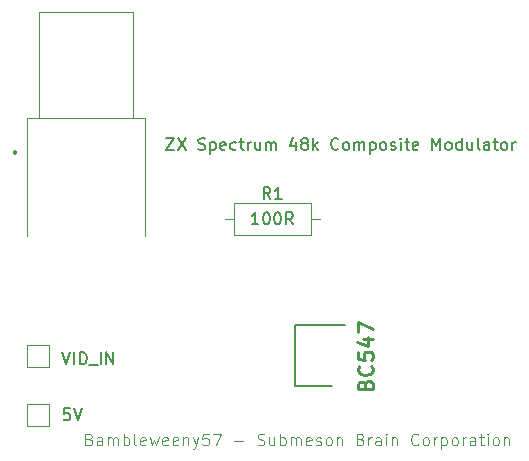
<source format=gbr>
%TF.GenerationSoftware,KiCad,Pcbnew,9.0.5*%
%TF.CreationDate,2026-01-24T21:08:04+00:00*%
%TF.ProjectId,zx_spectrum_composite_mod,7a785f73-7065-4637-9472-756d5f636f6d,1.0*%
%TF.SameCoordinates,Original*%
%TF.FileFunction,Legend,Top*%
%TF.FilePolarity,Positive*%
%FSLAX46Y46*%
G04 Gerber Fmt 4.6, Leading zero omitted, Abs format (unit mm)*
G04 Created by KiCad (PCBNEW 9.0.5) date 2026-01-24 21:08:04*
%MOMM*%
%LPD*%
G01*
G04 APERTURE LIST*
%ADD10C,0.125000*%
%ADD11C,0.150000*%
%ADD12C,0.254000*%
%ADD13C,0.120000*%
%ADD14C,0.200000*%
%ADD15C,0.300000*%
%ADD16C,0.100000*%
G04 APERTURE END LIST*
D10*
X66312664Y-63051309D02*
X66455521Y-63098928D01*
X66455521Y-63098928D02*
X66503140Y-63146547D01*
X66503140Y-63146547D02*
X66550759Y-63241785D01*
X66550759Y-63241785D02*
X66550759Y-63384642D01*
X66550759Y-63384642D02*
X66503140Y-63479880D01*
X66503140Y-63479880D02*
X66455521Y-63527500D01*
X66455521Y-63527500D02*
X66360283Y-63575119D01*
X66360283Y-63575119D02*
X65979331Y-63575119D01*
X65979331Y-63575119D02*
X65979331Y-62575119D01*
X65979331Y-62575119D02*
X66312664Y-62575119D01*
X66312664Y-62575119D02*
X66407902Y-62622738D01*
X66407902Y-62622738D02*
X66455521Y-62670357D01*
X66455521Y-62670357D02*
X66503140Y-62765595D01*
X66503140Y-62765595D02*
X66503140Y-62860833D01*
X66503140Y-62860833D02*
X66455521Y-62956071D01*
X66455521Y-62956071D02*
X66407902Y-63003690D01*
X66407902Y-63003690D02*
X66312664Y-63051309D01*
X66312664Y-63051309D02*
X65979331Y-63051309D01*
X67407902Y-63575119D02*
X67407902Y-63051309D01*
X67407902Y-63051309D02*
X67360283Y-62956071D01*
X67360283Y-62956071D02*
X67265045Y-62908452D01*
X67265045Y-62908452D02*
X67074569Y-62908452D01*
X67074569Y-62908452D02*
X66979331Y-62956071D01*
X67407902Y-63527500D02*
X67312664Y-63575119D01*
X67312664Y-63575119D02*
X67074569Y-63575119D01*
X67074569Y-63575119D02*
X66979331Y-63527500D01*
X66979331Y-63527500D02*
X66931712Y-63432261D01*
X66931712Y-63432261D02*
X66931712Y-63337023D01*
X66931712Y-63337023D02*
X66979331Y-63241785D01*
X66979331Y-63241785D02*
X67074569Y-63194166D01*
X67074569Y-63194166D02*
X67312664Y-63194166D01*
X67312664Y-63194166D02*
X67407902Y-63146547D01*
X67884093Y-63575119D02*
X67884093Y-62908452D01*
X67884093Y-63003690D02*
X67931712Y-62956071D01*
X67931712Y-62956071D02*
X68026950Y-62908452D01*
X68026950Y-62908452D02*
X68169807Y-62908452D01*
X68169807Y-62908452D02*
X68265045Y-62956071D01*
X68265045Y-62956071D02*
X68312664Y-63051309D01*
X68312664Y-63051309D02*
X68312664Y-63575119D01*
X68312664Y-63051309D02*
X68360283Y-62956071D01*
X68360283Y-62956071D02*
X68455521Y-62908452D01*
X68455521Y-62908452D02*
X68598378Y-62908452D01*
X68598378Y-62908452D02*
X68693617Y-62956071D01*
X68693617Y-62956071D02*
X68741236Y-63051309D01*
X68741236Y-63051309D02*
X68741236Y-63575119D01*
X69217426Y-63575119D02*
X69217426Y-62575119D01*
X69217426Y-62956071D02*
X69312664Y-62908452D01*
X69312664Y-62908452D02*
X69503140Y-62908452D01*
X69503140Y-62908452D02*
X69598378Y-62956071D01*
X69598378Y-62956071D02*
X69645997Y-63003690D01*
X69645997Y-63003690D02*
X69693616Y-63098928D01*
X69693616Y-63098928D02*
X69693616Y-63384642D01*
X69693616Y-63384642D02*
X69645997Y-63479880D01*
X69645997Y-63479880D02*
X69598378Y-63527500D01*
X69598378Y-63527500D02*
X69503140Y-63575119D01*
X69503140Y-63575119D02*
X69312664Y-63575119D01*
X69312664Y-63575119D02*
X69217426Y-63527500D01*
X70265045Y-63575119D02*
X70169807Y-63527500D01*
X70169807Y-63527500D02*
X70122188Y-63432261D01*
X70122188Y-63432261D02*
X70122188Y-62575119D01*
X71026950Y-63527500D02*
X70931712Y-63575119D01*
X70931712Y-63575119D02*
X70741236Y-63575119D01*
X70741236Y-63575119D02*
X70645998Y-63527500D01*
X70645998Y-63527500D02*
X70598379Y-63432261D01*
X70598379Y-63432261D02*
X70598379Y-63051309D01*
X70598379Y-63051309D02*
X70645998Y-62956071D01*
X70645998Y-62956071D02*
X70741236Y-62908452D01*
X70741236Y-62908452D02*
X70931712Y-62908452D01*
X70931712Y-62908452D02*
X71026950Y-62956071D01*
X71026950Y-62956071D02*
X71074569Y-63051309D01*
X71074569Y-63051309D02*
X71074569Y-63146547D01*
X71074569Y-63146547D02*
X70598379Y-63241785D01*
X71407903Y-62908452D02*
X71598379Y-63575119D01*
X71598379Y-63575119D02*
X71788855Y-63098928D01*
X71788855Y-63098928D02*
X71979331Y-63575119D01*
X71979331Y-63575119D02*
X72169807Y-62908452D01*
X72931712Y-63527500D02*
X72836474Y-63575119D01*
X72836474Y-63575119D02*
X72645998Y-63575119D01*
X72645998Y-63575119D02*
X72550760Y-63527500D01*
X72550760Y-63527500D02*
X72503141Y-63432261D01*
X72503141Y-63432261D02*
X72503141Y-63051309D01*
X72503141Y-63051309D02*
X72550760Y-62956071D01*
X72550760Y-62956071D02*
X72645998Y-62908452D01*
X72645998Y-62908452D02*
X72836474Y-62908452D01*
X72836474Y-62908452D02*
X72931712Y-62956071D01*
X72931712Y-62956071D02*
X72979331Y-63051309D01*
X72979331Y-63051309D02*
X72979331Y-63146547D01*
X72979331Y-63146547D02*
X72503141Y-63241785D01*
X73788855Y-63527500D02*
X73693617Y-63575119D01*
X73693617Y-63575119D02*
X73503141Y-63575119D01*
X73503141Y-63575119D02*
X73407903Y-63527500D01*
X73407903Y-63527500D02*
X73360284Y-63432261D01*
X73360284Y-63432261D02*
X73360284Y-63051309D01*
X73360284Y-63051309D02*
X73407903Y-62956071D01*
X73407903Y-62956071D02*
X73503141Y-62908452D01*
X73503141Y-62908452D02*
X73693617Y-62908452D01*
X73693617Y-62908452D02*
X73788855Y-62956071D01*
X73788855Y-62956071D02*
X73836474Y-63051309D01*
X73836474Y-63051309D02*
X73836474Y-63146547D01*
X73836474Y-63146547D02*
X73360284Y-63241785D01*
X74265046Y-62908452D02*
X74265046Y-63575119D01*
X74265046Y-63003690D02*
X74312665Y-62956071D01*
X74312665Y-62956071D02*
X74407903Y-62908452D01*
X74407903Y-62908452D02*
X74550760Y-62908452D01*
X74550760Y-62908452D02*
X74645998Y-62956071D01*
X74645998Y-62956071D02*
X74693617Y-63051309D01*
X74693617Y-63051309D02*
X74693617Y-63575119D01*
X75074570Y-62908452D02*
X75312665Y-63575119D01*
X75550760Y-62908452D02*
X75312665Y-63575119D01*
X75312665Y-63575119D02*
X75217427Y-63813214D01*
X75217427Y-63813214D02*
X75169808Y-63860833D01*
X75169808Y-63860833D02*
X75074570Y-63908452D01*
X76407903Y-62575119D02*
X75931713Y-62575119D01*
X75931713Y-62575119D02*
X75884094Y-63051309D01*
X75884094Y-63051309D02*
X75931713Y-63003690D01*
X75931713Y-63003690D02*
X76026951Y-62956071D01*
X76026951Y-62956071D02*
X76265046Y-62956071D01*
X76265046Y-62956071D02*
X76360284Y-63003690D01*
X76360284Y-63003690D02*
X76407903Y-63051309D01*
X76407903Y-63051309D02*
X76455522Y-63146547D01*
X76455522Y-63146547D02*
X76455522Y-63384642D01*
X76455522Y-63384642D02*
X76407903Y-63479880D01*
X76407903Y-63479880D02*
X76360284Y-63527500D01*
X76360284Y-63527500D02*
X76265046Y-63575119D01*
X76265046Y-63575119D02*
X76026951Y-63575119D01*
X76026951Y-63575119D02*
X75931713Y-63527500D01*
X75931713Y-63527500D02*
X75884094Y-63479880D01*
X76788856Y-62575119D02*
X77455522Y-62575119D01*
X77455522Y-62575119D02*
X77026951Y-63575119D01*
X78598380Y-63194166D02*
X79360285Y-63194166D01*
X80550761Y-63527500D02*
X80693618Y-63575119D01*
X80693618Y-63575119D02*
X80931713Y-63575119D01*
X80931713Y-63575119D02*
X81026951Y-63527500D01*
X81026951Y-63527500D02*
X81074570Y-63479880D01*
X81074570Y-63479880D02*
X81122189Y-63384642D01*
X81122189Y-63384642D02*
X81122189Y-63289404D01*
X81122189Y-63289404D02*
X81074570Y-63194166D01*
X81074570Y-63194166D02*
X81026951Y-63146547D01*
X81026951Y-63146547D02*
X80931713Y-63098928D01*
X80931713Y-63098928D02*
X80741237Y-63051309D01*
X80741237Y-63051309D02*
X80645999Y-63003690D01*
X80645999Y-63003690D02*
X80598380Y-62956071D01*
X80598380Y-62956071D02*
X80550761Y-62860833D01*
X80550761Y-62860833D02*
X80550761Y-62765595D01*
X80550761Y-62765595D02*
X80598380Y-62670357D01*
X80598380Y-62670357D02*
X80645999Y-62622738D01*
X80645999Y-62622738D02*
X80741237Y-62575119D01*
X80741237Y-62575119D02*
X80979332Y-62575119D01*
X80979332Y-62575119D02*
X81122189Y-62622738D01*
X81979332Y-62908452D02*
X81979332Y-63575119D01*
X81550761Y-62908452D02*
X81550761Y-63432261D01*
X81550761Y-63432261D02*
X81598380Y-63527500D01*
X81598380Y-63527500D02*
X81693618Y-63575119D01*
X81693618Y-63575119D02*
X81836475Y-63575119D01*
X81836475Y-63575119D02*
X81931713Y-63527500D01*
X81931713Y-63527500D02*
X81979332Y-63479880D01*
X82455523Y-63575119D02*
X82455523Y-62575119D01*
X82455523Y-62956071D02*
X82550761Y-62908452D01*
X82550761Y-62908452D02*
X82741237Y-62908452D01*
X82741237Y-62908452D02*
X82836475Y-62956071D01*
X82836475Y-62956071D02*
X82884094Y-63003690D01*
X82884094Y-63003690D02*
X82931713Y-63098928D01*
X82931713Y-63098928D02*
X82931713Y-63384642D01*
X82931713Y-63384642D02*
X82884094Y-63479880D01*
X82884094Y-63479880D02*
X82836475Y-63527500D01*
X82836475Y-63527500D02*
X82741237Y-63575119D01*
X82741237Y-63575119D02*
X82550761Y-63575119D01*
X82550761Y-63575119D02*
X82455523Y-63527500D01*
X83360285Y-63575119D02*
X83360285Y-62908452D01*
X83360285Y-63003690D02*
X83407904Y-62956071D01*
X83407904Y-62956071D02*
X83503142Y-62908452D01*
X83503142Y-62908452D02*
X83645999Y-62908452D01*
X83645999Y-62908452D02*
X83741237Y-62956071D01*
X83741237Y-62956071D02*
X83788856Y-63051309D01*
X83788856Y-63051309D02*
X83788856Y-63575119D01*
X83788856Y-63051309D02*
X83836475Y-62956071D01*
X83836475Y-62956071D02*
X83931713Y-62908452D01*
X83931713Y-62908452D02*
X84074570Y-62908452D01*
X84074570Y-62908452D02*
X84169809Y-62956071D01*
X84169809Y-62956071D02*
X84217428Y-63051309D01*
X84217428Y-63051309D02*
X84217428Y-63575119D01*
X85074570Y-63527500D02*
X84979332Y-63575119D01*
X84979332Y-63575119D02*
X84788856Y-63575119D01*
X84788856Y-63575119D02*
X84693618Y-63527500D01*
X84693618Y-63527500D02*
X84645999Y-63432261D01*
X84645999Y-63432261D02*
X84645999Y-63051309D01*
X84645999Y-63051309D02*
X84693618Y-62956071D01*
X84693618Y-62956071D02*
X84788856Y-62908452D01*
X84788856Y-62908452D02*
X84979332Y-62908452D01*
X84979332Y-62908452D02*
X85074570Y-62956071D01*
X85074570Y-62956071D02*
X85122189Y-63051309D01*
X85122189Y-63051309D02*
X85122189Y-63146547D01*
X85122189Y-63146547D02*
X84645999Y-63241785D01*
X85503142Y-63527500D02*
X85598380Y-63575119D01*
X85598380Y-63575119D02*
X85788856Y-63575119D01*
X85788856Y-63575119D02*
X85884094Y-63527500D01*
X85884094Y-63527500D02*
X85931713Y-63432261D01*
X85931713Y-63432261D02*
X85931713Y-63384642D01*
X85931713Y-63384642D02*
X85884094Y-63289404D01*
X85884094Y-63289404D02*
X85788856Y-63241785D01*
X85788856Y-63241785D02*
X85645999Y-63241785D01*
X85645999Y-63241785D02*
X85550761Y-63194166D01*
X85550761Y-63194166D02*
X85503142Y-63098928D01*
X85503142Y-63098928D02*
X85503142Y-63051309D01*
X85503142Y-63051309D02*
X85550761Y-62956071D01*
X85550761Y-62956071D02*
X85645999Y-62908452D01*
X85645999Y-62908452D02*
X85788856Y-62908452D01*
X85788856Y-62908452D02*
X85884094Y-62956071D01*
X86503142Y-63575119D02*
X86407904Y-63527500D01*
X86407904Y-63527500D02*
X86360285Y-63479880D01*
X86360285Y-63479880D02*
X86312666Y-63384642D01*
X86312666Y-63384642D02*
X86312666Y-63098928D01*
X86312666Y-63098928D02*
X86360285Y-63003690D01*
X86360285Y-63003690D02*
X86407904Y-62956071D01*
X86407904Y-62956071D02*
X86503142Y-62908452D01*
X86503142Y-62908452D02*
X86645999Y-62908452D01*
X86645999Y-62908452D02*
X86741237Y-62956071D01*
X86741237Y-62956071D02*
X86788856Y-63003690D01*
X86788856Y-63003690D02*
X86836475Y-63098928D01*
X86836475Y-63098928D02*
X86836475Y-63384642D01*
X86836475Y-63384642D02*
X86788856Y-63479880D01*
X86788856Y-63479880D02*
X86741237Y-63527500D01*
X86741237Y-63527500D02*
X86645999Y-63575119D01*
X86645999Y-63575119D02*
X86503142Y-63575119D01*
X87265047Y-62908452D02*
X87265047Y-63575119D01*
X87265047Y-63003690D02*
X87312666Y-62956071D01*
X87312666Y-62956071D02*
X87407904Y-62908452D01*
X87407904Y-62908452D02*
X87550761Y-62908452D01*
X87550761Y-62908452D02*
X87645999Y-62956071D01*
X87645999Y-62956071D02*
X87693618Y-63051309D01*
X87693618Y-63051309D02*
X87693618Y-63575119D01*
X89265047Y-63051309D02*
X89407904Y-63098928D01*
X89407904Y-63098928D02*
X89455523Y-63146547D01*
X89455523Y-63146547D02*
X89503142Y-63241785D01*
X89503142Y-63241785D02*
X89503142Y-63384642D01*
X89503142Y-63384642D02*
X89455523Y-63479880D01*
X89455523Y-63479880D02*
X89407904Y-63527500D01*
X89407904Y-63527500D02*
X89312666Y-63575119D01*
X89312666Y-63575119D02*
X88931714Y-63575119D01*
X88931714Y-63575119D02*
X88931714Y-62575119D01*
X88931714Y-62575119D02*
X89265047Y-62575119D01*
X89265047Y-62575119D02*
X89360285Y-62622738D01*
X89360285Y-62622738D02*
X89407904Y-62670357D01*
X89407904Y-62670357D02*
X89455523Y-62765595D01*
X89455523Y-62765595D02*
X89455523Y-62860833D01*
X89455523Y-62860833D02*
X89407904Y-62956071D01*
X89407904Y-62956071D02*
X89360285Y-63003690D01*
X89360285Y-63003690D02*
X89265047Y-63051309D01*
X89265047Y-63051309D02*
X88931714Y-63051309D01*
X89931714Y-63575119D02*
X89931714Y-62908452D01*
X89931714Y-63098928D02*
X89979333Y-63003690D01*
X89979333Y-63003690D02*
X90026952Y-62956071D01*
X90026952Y-62956071D02*
X90122190Y-62908452D01*
X90122190Y-62908452D02*
X90217428Y-62908452D01*
X90979333Y-63575119D02*
X90979333Y-63051309D01*
X90979333Y-63051309D02*
X90931714Y-62956071D01*
X90931714Y-62956071D02*
X90836476Y-62908452D01*
X90836476Y-62908452D02*
X90646000Y-62908452D01*
X90646000Y-62908452D02*
X90550762Y-62956071D01*
X90979333Y-63527500D02*
X90884095Y-63575119D01*
X90884095Y-63575119D02*
X90646000Y-63575119D01*
X90646000Y-63575119D02*
X90550762Y-63527500D01*
X90550762Y-63527500D02*
X90503143Y-63432261D01*
X90503143Y-63432261D02*
X90503143Y-63337023D01*
X90503143Y-63337023D02*
X90550762Y-63241785D01*
X90550762Y-63241785D02*
X90646000Y-63194166D01*
X90646000Y-63194166D02*
X90884095Y-63194166D01*
X90884095Y-63194166D02*
X90979333Y-63146547D01*
X91455524Y-63575119D02*
X91455524Y-62908452D01*
X91455524Y-62575119D02*
X91407905Y-62622738D01*
X91407905Y-62622738D02*
X91455524Y-62670357D01*
X91455524Y-62670357D02*
X91503143Y-62622738D01*
X91503143Y-62622738D02*
X91455524Y-62575119D01*
X91455524Y-62575119D02*
X91455524Y-62670357D01*
X91931714Y-62908452D02*
X91931714Y-63575119D01*
X91931714Y-63003690D02*
X91979333Y-62956071D01*
X91979333Y-62956071D02*
X92074571Y-62908452D01*
X92074571Y-62908452D02*
X92217428Y-62908452D01*
X92217428Y-62908452D02*
X92312666Y-62956071D01*
X92312666Y-62956071D02*
X92360285Y-63051309D01*
X92360285Y-63051309D02*
X92360285Y-63575119D01*
X94169809Y-63479880D02*
X94122190Y-63527500D01*
X94122190Y-63527500D02*
X93979333Y-63575119D01*
X93979333Y-63575119D02*
X93884095Y-63575119D01*
X93884095Y-63575119D02*
X93741238Y-63527500D01*
X93741238Y-63527500D02*
X93646000Y-63432261D01*
X93646000Y-63432261D02*
X93598381Y-63337023D01*
X93598381Y-63337023D02*
X93550762Y-63146547D01*
X93550762Y-63146547D02*
X93550762Y-63003690D01*
X93550762Y-63003690D02*
X93598381Y-62813214D01*
X93598381Y-62813214D02*
X93646000Y-62717976D01*
X93646000Y-62717976D02*
X93741238Y-62622738D01*
X93741238Y-62622738D02*
X93884095Y-62575119D01*
X93884095Y-62575119D02*
X93979333Y-62575119D01*
X93979333Y-62575119D02*
X94122190Y-62622738D01*
X94122190Y-62622738D02*
X94169809Y-62670357D01*
X94741238Y-63575119D02*
X94646000Y-63527500D01*
X94646000Y-63527500D02*
X94598381Y-63479880D01*
X94598381Y-63479880D02*
X94550762Y-63384642D01*
X94550762Y-63384642D02*
X94550762Y-63098928D01*
X94550762Y-63098928D02*
X94598381Y-63003690D01*
X94598381Y-63003690D02*
X94646000Y-62956071D01*
X94646000Y-62956071D02*
X94741238Y-62908452D01*
X94741238Y-62908452D02*
X94884095Y-62908452D01*
X94884095Y-62908452D02*
X94979333Y-62956071D01*
X94979333Y-62956071D02*
X95026952Y-63003690D01*
X95026952Y-63003690D02*
X95074571Y-63098928D01*
X95074571Y-63098928D02*
X95074571Y-63384642D01*
X95074571Y-63384642D02*
X95026952Y-63479880D01*
X95026952Y-63479880D02*
X94979333Y-63527500D01*
X94979333Y-63527500D02*
X94884095Y-63575119D01*
X94884095Y-63575119D02*
X94741238Y-63575119D01*
X95503143Y-63575119D02*
X95503143Y-62908452D01*
X95503143Y-63098928D02*
X95550762Y-63003690D01*
X95550762Y-63003690D02*
X95598381Y-62956071D01*
X95598381Y-62956071D02*
X95693619Y-62908452D01*
X95693619Y-62908452D02*
X95788857Y-62908452D01*
X96122191Y-62908452D02*
X96122191Y-63908452D01*
X96122191Y-62956071D02*
X96217429Y-62908452D01*
X96217429Y-62908452D02*
X96407905Y-62908452D01*
X96407905Y-62908452D02*
X96503143Y-62956071D01*
X96503143Y-62956071D02*
X96550762Y-63003690D01*
X96550762Y-63003690D02*
X96598381Y-63098928D01*
X96598381Y-63098928D02*
X96598381Y-63384642D01*
X96598381Y-63384642D02*
X96550762Y-63479880D01*
X96550762Y-63479880D02*
X96503143Y-63527500D01*
X96503143Y-63527500D02*
X96407905Y-63575119D01*
X96407905Y-63575119D02*
X96217429Y-63575119D01*
X96217429Y-63575119D02*
X96122191Y-63527500D01*
X97169810Y-63575119D02*
X97074572Y-63527500D01*
X97074572Y-63527500D02*
X97026953Y-63479880D01*
X97026953Y-63479880D02*
X96979334Y-63384642D01*
X96979334Y-63384642D02*
X96979334Y-63098928D01*
X96979334Y-63098928D02*
X97026953Y-63003690D01*
X97026953Y-63003690D02*
X97074572Y-62956071D01*
X97074572Y-62956071D02*
X97169810Y-62908452D01*
X97169810Y-62908452D02*
X97312667Y-62908452D01*
X97312667Y-62908452D02*
X97407905Y-62956071D01*
X97407905Y-62956071D02*
X97455524Y-63003690D01*
X97455524Y-63003690D02*
X97503143Y-63098928D01*
X97503143Y-63098928D02*
X97503143Y-63384642D01*
X97503143Y-63384642D02*
X97455524Y-63479880D01*
X97455524Y-63479880D02*
X97407905Y-63527500D01*
X97407905Y-63527500D02*
X97312667Y-63575119D01*
X97312667Y-63575119D02*
X97169810Y-63575119D01*
X97931715Y-63575119D02*
X97931715Y-62908452D01*
X97931715Y-63098928D02*
X97979334Y-63003690D01*
X97979334Y-63003690D02*
X98026953Y-62956071D01*
X98026953Y-62956071D02*
X98122191Y-62908452D01*
X98122191Y-62908452D02*
X98217429Y-62908452D01*
X98979334Y-63575119D02*
X98979334Y-63051309D01*
X98979334Y-63051309D02*
X98931715Y-62956071D01*
X98931715Y-62956071D02*
X98836477Y-62908452D01*
X98836477Y-62908452D02*
X98646001Y-62908452D01*
X98646001Y-62908452D02*
X98550763Y-62956071D01*
X98979334Y-63527500D02*
X98884096Y-63575119D01*
X98884096Y-63575119D02*
X98646001Y-63575119D01*
X98646001Y-63575119D02*
X98550763Y-63527500D01*
X98550763Y-63527500D02*
X98503144Y-63432261D01*
X98503144Y-63432261D02*
X98503144Y-63337023D01*
X98503144Y-63337023D02*
X98550763Y-63241785D01*
X98550763Y-63241785D02*
X98646001Y-63194166D01*
X98646001Y-63194166D02*
X98884096Y-63194166D01*
X98884096Y-63194166D02*
X98979334Y-63146547D01*
X99312668Y-62908452D02*
X99693620Y-62908452D01*
X99455525Y-62575119D02*
X99455525Y-63432261D01*
X99455525Y-63432261D02*
X99503144Y-63527500D01*
X99503144Y-63527500D02*
X99598382Y-63575119D01*
X99598382Y-63575119D02*
X99693620Y-63575119D01*
X100026954Y-63575119D02*
X100026954Y-62908452D01*
X100026954Y-62575119D02*
X99979335Y-62622738D01*
X99979335Y-62622738D02*
X100026954Y-62670357D01*
X100026954Y-62670357D02*
X100074573Y-62622738D01*
X100074573Y-62622738D02*
X100026954Y-62575119D01*
X100026954Y-62575119D02*
X100026954Y-62670357D01*
X100646001Y-63575119D02*
X100550763Y-63527500D01*
X100550763Y-63527500D02*
X100503144Y-63479880D01*
X100503144Y-63479880D02*
X100455525Y-63384642D01*
X100455525Y-63384642D02*
X100455525Y-63098928D01*
X100455525Y-63098928D02*
X100503144Y-63003690D01*
X100503144Y-63003690D02*
X100550763Y-62956071D01*
X100550763Y-62956071D02*
X100646001Y-62908452D01*
X100646001Y-62908452D02*
X100788858Y-62908452D01*
X100788858Y-62908452D02*
X100884096Y-62956071D01*
X100884096Y-62956071D02*
X100931715Y-63003690D01*
X100931715Y-63003690D02*
X100979334Y-63098928D01*
X100979334Y-63098928D02*
X100979334Y-63384642D01*
X100979334Y-63384642D02*
X100931715Y-63479880D01*
X100931715Y-63479880D02*
X100884096Y-63527500D01*
X100884096Y-63527500D02*
X100788858Y-63575119D01*
X100788858Y-63575119D02*
X100646001Y-63575119D01*
X101407906Y-62908452D02*
X101407906Y-63575119D01*
X101407906Y-63003690D02*
X101455525Y-62956071D01*
X101455525Y-62956071D02*
X101550763Y-62908452D01*
X101550763Y-62908452D02*
X101693620Y-62908452D01*
X101693620Y-62908452D02*
X101788858Y-62956071D01*
X101788858Y-62956071D02*
X101836477Y-63051309D01*
X101836477Y-63051309D02*
X101836477Y-63575119D01*
D11*
X72834741Y-37554019D02*
X73501407Y-37554019D01*
X73501407Y-37554019D02*
X72834741Y-38554019D01*
X72834741Y-38554019D02*
X73501407Y-38554019D01*
X73787122Y-37554019D02*
X74453788Y-38554019D01*
X74453788Y-37554019D02*
X73787122Y-38554019D01*
X75549027Y-38506400D02*
X75691884Y-38554019D01*
X75691884Y-38554019D02*
X75929979Y-38554019D01*
X75929979Y-38554019D02*
X76025217Y-38506400D01*
X76025217Y-38506400D02*
X76072836Y-38458780D01*
X76072836Y-38458780D02*
X76120455Y-38363542D01*
X76120455Y-38363542D02*
X76120455Y-38268304D01*
X76120455Y-38268304D02*
X76072836Y-38173066D01*
X76072836Y-38173066D02*
X76025217Y-38125447D01*
X76025217Y-38125447D02*
X75929979Y-38077828D01*
X75929979Y-38077828D02*
X75739503Y-38030209D01*
X75739503Y-38030209D02*
X75644265Y-37982590D01*
X75644265Y-37982590D02*
X75596646Y-37934971D01*
X75596646Y-37934971D02*
X75549027Y-37839733D01*
X75549027Y-37839733D02*
X75549027Y-37744495D01*
X75549027Y-37744495D02*
X75596646Y-37649257D01*
X75596646Y-37649257D02*
X75644265Y-37601638D01*
X75644265Y-37601638D02*
X75739503Y-37554019D01*
X75739503Y-37554019D02*
X75977598Y-37554019D01*
X75977598Y-37554019D02*
X76120455Y-37601638D01*
X76549027Y-37887352D02*
X76549027Y-38887352D01*
X76549027Y-37934971D02*
X76644265Y-37887352D01*
X76644265Y-37887352D02*
X76834741Y-37887352D01*
X76834741Y-37887352D02*
X76929979Y-37934971D01*
X76929979Y-37934971D02*
X76977598Y-37982590D01*
X76977598Y-37982590D02*
X77025217Y-38077828D01*
X77025217Y-38077828D02*
X77025217Y-38363542D01*
X77025217Y-38363542D02*
X76977598Y-38458780D01*
X76977598Y-38458780D02*
X76929979Y-38506400D01*
X76929979Y-38506400D02*
X76834741Y-38554019D01*
X76834741Y-38554019D02*
X76644265Y-38554019D01*
X76644265Y-38554019D02*
X76549027Y-38506400D01*
X77834741Y-38506400D02*
X77739503Y-38554019D01*
X77739503Y-38554019D02*
X77549027Y-38554019D01*
X77549027Y-38554019D02*
X77453789Y-38506400D01*
X77453789Y-38506400D02*
X77406170Y-38411161D01*
X77406170Y-38411161D02*
X77406170Y-38030209D01*
X77406170Y-38030209D02*
X77453789Y-37934971D01*
X77453789Y-37934971D02*
X77549027Y-37887352D01*
X77549027Y-37887352D02*
X77739503Y-37887352D01*
X77739503Y-37887352D02*
X77834741Y-37934971D01*
X77834741Y-37934971D02*
X77882360Y-38030209D01*
X77882360Y-38030209D02*
X77882360Y-38125447D01*
X77882360Y-38125447D02*
X77406170Y-38220685D01*
X78739503Y-38506400D02*
X78644265Y-38554019D01*
X78644265Y-38554019D02*
X78453789Y-38554019D01*
X78453789Y-38554019D02*
X78358551Y-38506400D01*
X78358551Y-38506400D02*
X78310932Y-38458780D01*
X78310932Y-38458780D02*
X78263313Y-38363542D01*
X78263313Y-38363542D02*
X78263313Y-38077828D01*
X78263313Y-38077828D02*
X78310932Y-37982590D01*
X78310932Y-37982590D02*
X78358551Y-37934971D01*
X78358551Y-37934971D02*
X78453789Y-37887352D01*
X78453789Y-37887352D02*
X78644265Y-37887352D01*
X78644265Y-37887352D02*
X78739503Y-37934971D01*
X79025218Y-37887352D02*
X79406170Y-37887352D01*
X79168075Y-37554019D02*
X79168075Y-38411161D01*
X79168075Y-38411161D02*
X79215694Y-38506400D01*
X79215694Y-38506400D02*
X79310932Y-38554019D01*
X79310932Y-38554019D02*
X79406170Y-38554019D01*
X79739504Y-38554019D02*
X79739504Y-37887352D01*
X79739504Y-38077828D02*
X79787123Y-37982590D01*
X79787123Y-37982590D02*
X79834742Y-37934971D01*
X79834742Y-37934971D02*
X79929980Y-37887352D01*
X79929980Y-37887352D02*
X80025218Y-37887352D01*
X80787123Y-37887352D02*
X80787123Y-38554019D01*
X80358552Y-37887352D02*
X80358552Y-38411161D01*
X80358552Y-38411161D02*
X80406171Y-38506400D01*
X80406171Y-38506400D02*
X80501409Y-38554019D01*
X80501409Y-38554019D02*
X80644266Y-38554019D01*
X80644266Y-38554019D02*
X80739504Y-38506400D01*
X80739504Y-38506400D02*
X80787123Y-38458780D01*
X81263314Y-38554019D02*
X81263314Y-37887352D01*
X81263314Y-37982590D02*
X81310933Y-37934971D01*
X81310933Y-37934971D02*
X81406171Y-37887352D01*
X81406171Y-37887352D02*
X81549028Y-37887352D01*
X81549028Y-37887352D02*
X81644266Y-37934971D01*
X81644266Y-37934971D02*
X81691885Y-38030209D01*
X81691885Y-38030209D02*
X81691885Y-38554019D01*
X81691885Y-38030209D02*
X81739504Y-37934971D01*
X81739504Y-37934971D02*
X81834742Y-37887352D01*
X81834742Y-37887352D02*
X81977599Y-37887352D01*
X81977599Y-37887352D02*
X82072838Y-37934971D01*
X82072838Y-37934971D02*
X82120457Y-38030209D01*
X82120457Y-38030209D02*
X82120457Y-38554019D01*
X83787123Y-37887352D02*
X83787123Y-38554019D01*
X83549028Y-37506400D02*
X83310933Y-38220685D01*
X83310933Y-38220685D02*
X83929980Y-38220685D01*
X84453790Y-37982590D02*
X84358552Y-37934971D01*
X84358552Y-37934971D02*
X84310933Y-37887352D01*
X84310933Y-37887352D02*
X84263314Y-37792114D01*
X84263314Y-37792114D02*
X84263314Y-37744495D01*
X84263314Y-37744495D02*
X84310933Y-37649257D01*
X84310933Y-37649257D02*
X84358552Y-37601638D01*
X84358552Y-37601638D02*
X84453790Y-37554019D01*
X84453790Y-37554019D02*
X84644266Y-37554019D01*
X84644266Y-37554019D02*
X84739504Y-37601638D01*
X84739504Y-37601638D02*
X84787123Y-37649257D01*
X84787123Y-37649257D02*
X84834742Y-37744495D01*
X84834742Y-37744495D02*
X84834742Y-37792114D01*
X84834742Y-37792114D02*
X84787123Y-37887352D01*
X84787123Y-37887352D02*
X84739504Y-37934971D01*
X84739504Y-37934971D02*
X84644266Y-37982590D01*
X84644266Y-37982590D02*
X84453790Y-37982590D01*
X84453790Y-37982590D02*
X84358552Y-38030209D01*
X84358552Y-38030209D02*
X84310933Y-38077828D01*
X84310933Y-38077828D02*
X84263314Y-38173066D01*
X84263314Y-38173066D02*
X84263314Y-38363542D01*
X84263314Y-38363542D02*
X84310933Y-38458780D01*
X84310933Y-38458780D02*
X84358552Y-38506400D01*
X84358552Y-38506400D02*
X84453790Y-38554019D01*
X84453790Y-38554019D02*
X84644266Y-38554019D01*
X84644266Y-38554019D02*
X84739504Y-38506400D01*
X84739504Y-38506400D02*
X84787123Y-38458780D01*
X84787123Y-38458780D02*
X84834742Y-38363542D01*
X84834742Y-38363542D02*
X84834742Y-38173066D01*
X84834742Y-38173066D02*
X84787123Y-38077828D01*
X84787123Y-38077828D02*
X84739504Y-38030209D01*
X84739504Y-38030209D02*
X84644266Y-37982590D01*
X85263314Y-38554019D02*
X85263314Y-37554019D01*
X85358552Y-38173066D02*
X85644266Y-38554019D01*
X85644266Y-37887352D02*
X85263314Y-38268304D01*
X87406171Y-38458780D02*
X87358552Y-38506400D01*
X87358552Y-38506400D02*
X87215695Y-38554019D01*
X87215695Y-38554019D02*
X87120457Y-38554019D01*
X87120457Y-38554019D02*
X86977600Y-38506400D01*
X86977600Y-38506400D02*
X86882362Y-38411161D01*
X86882362Y-38411161D02*
X86834743Y-38315923D01*
X86834743Y-38315923D02*
X86787124Y-38125447D01*
X86787124Y-38125447D02*
X86787124Y-37982590D01*
X86787124Y-37982590D02*
X86834743Y-37792114D01*
X86834743Y-37792114D02*
X86882362Y-37696876D01*
X86882362Y-37696876D02*
X86977600Y-37601638D01*
X86977600Y-37601638D02*
X87120457Y-37554019D01*
X87120457Y-37554019D02*
X87215695Y-37554019D01*
X87215695Y-37554019D02*
X87358552Y-37601638D01*
X87358552Y-37601638D02*
X87406171Y-37649257D01*
X87977600Y-38554019D02*
X87882362Y-38506400D01*
X87882362Y-38506400D02*
X87834743Y-38458780D01*
X87834743Y-38458780D02*
X87787124Y-38363542D01*
X87787124Y-38363542D02*
X87787124Y-38077828D01*
X87787124Y-38077828D02*
X87834743Y-37982590D01*
X87834743Y-37982590D02*
X87882362Y-37934971D01*
X87882362Y-37934971D02*
X87977600Y-37887352D01*
X87977600Y-37887352D02*
X88120457Y-37887352D01*
X88120457Y-37887352D02*
X88215695Y-37934971D01*
X88215695Y-37934971D02*
X88263314Y-37982590D01*
X88263314Y-37982590D02*
X88310933Y-38077828D01*
X88310933Y-38077828D02*
X88310933Y-38363542D01*
X88310933Y-38363542D02*
X88263314Y-38458780D01*
X88263314Y-38458780D02*
X88215695Y-38506400D01*
X88215695Y-38506400D02*
X88120457Y-38554019D01*
X88120457Y-38554019D02*
X87977600Y-38554019D01*
X88739505Y-38554019D02*
X88739505Y-37887352D01*
X88739505Y-37982590D02*
X88787124Y-37934971D01*
X88787124Y-37934971D02*
X88882362Y-37887352D01*
X88882362Y-37887352D02*
X89025219Y-37887352D01*
X89025219Y-37887352D02*
X89120457Y-37934971D01*
X89120457Y-37934971D02*
X89168076Y-38030209D01*
X89168076Y-38030209D02*
X89168076Y-38554019D01*
X89168076Y-38030209D02*
X89215695Y-37934971D01*
X89215695Y-37934971D02*
X89310933Y-37887352D01*
X89310933Y-37887352D02*
X89453790Y-37887352D01*
X89453790Y-37887352D02*
X89549029Y-37934971D01*
X89549029Y-37934971D02*
X89596648Y-38030209D01*
X89596648Y-38030209D02*
X89596648Y-38554019D01*
X90072838Y-37887352D02*
X90072838Y-38887352D01*
X90072838Y-37934971D02*
X90168076Y-37887352D01*
X90168076Y-37887352D02*
X90358552Y-37887352D01*
X90358552Y-37887352D02*
X90453790Y-37934971D01*
X90453790Y-37934971D02*
X90501409Y-37982590D01*
X90501409Y-37982590D02*
X90549028Y-38077828D01*
X90549028Y-38077828D02*
X90549028Y-38363542D01*
X90549028Y-38363542D02*
X90501409Y-38458780D01*
X90501409Y-38458780D02*
X90453790Y-38506400D01*
X90453790Y-38506400D02*
X90358552Y-38554019D01*
X90358552Y-38554019D02*
X90168076Y-38554019D01*
X90168076Y-38554019D02*
X90072838Y-38506400D01*
X91120457Y-38554019D02*
X91025219Y-38506400D01*
X91025219Y-38506400D02*
X90977600Y-38458780D01*
X90977600Y-38458780D02*
X90929981Y-38363542D01*
X90929981Y-38363542D02*
X90929981Y-38077828D01*
X90929981Y-38077828D02*
X90977600Y-37982590D01*
X90977600Y-37982590D02*
X91025219Y-37934971D01*
X91025219Y-37934971D02*
X91120457Y-37887352D01*
X91120457Y-37887352D02*
X91263314Y-37887352D01*
X91263314Y-37887352D02*
X91358552Y-37934971D01*
X91358552Y-37934971D02*
X91406171Y-37982590D01*
X91406171Y-37982590D02*
X91453790Y-38077828D01*
X91453790Y-38077828D02*
X91453790Y-38363542D01*
X91453790Y-38363542D02*
X91406171Y-38458780D01*
X91406171Y-38458780D02*
X91358552Y-38506400D01*
X91358552Y-38506400D02*
X91263314Y-38554019D01*
X91263314Y-38554019D02*
X91120457Y-38554019D01*
X91834743Y-38506400D02*
X91929981Y-38554019D01*
X91929981Y-38554019D02*
X92120457Y-38554019D01*
X92120457Y-38554019D02*
X92215695Y-38506400D01*
X92215695Y-38506400D02*
X92263314Y-38411161D01*
X92263314Y-38411161D02*
X92263314Y-38363542D01*
X92263314Y-38363542D02*
X92215695Y-38268304D01*
X92215695Y-38268304D02*
X92120457Y-38220685D01*
X92120457Y-38220685D02*
X91977600Y-38220685D01*
X91977600Y-38220685D02*
X91882362Y-38173066D01*
X91882362Y-38173066D02*
X91834743Y-38077828D01*
X91834743Y-38077828D02*
X91834743Y-38030209D01*
X91834743Y-38030209D02*
X91882362Y-37934971D01*
X91882362Y-37934971D02*
X91977600Y-37887352D01*
X91977600Y-37887352D02*
X92120457Y-37887352D01*
X92120457Y-37887352D02*
X92215695Y-37934971D01*
X92691886Y-38554019D02*
X92691886Y-37887352D01*
X92691886Y-37554019D02*
X92644267Y-37601638D01*
X92644267Y-37601638D02*
X92691886Y-37649257D01*
X92691886Y-37649257D02*
X92739505Y-37601638D01*
X92739505Y-37601638D02*
X92691886Y-37554019D01*
X92691886Y-37554019D02*
X92691886Y-37649257D01*
X93025219Y-37887352D02*
X93406171Y-37887352D01*
X93168076Y-37554019D02*
X93168076Y-38411161D01*
X93168076Y-38411161D02*
X93215695Y-38506400D01*
X93215695Y-38506400D02*
X93310933Y-38554019D01*
X93310933Y-38554019D02*
X93406171Y-38554019D01*
X94120457Y-38506400D02*
X94025219Y-38554019D01*
X94025219Y-38554019D02*
X93834743Y-38554019D01*
X93834743Y-38554019D02*
X93739505Y-38506400D01*
X93739505Y-38506400D02*
X93691886Y-38411161D01*
X93691886Y-38411161D02*
X93691886Y-38030209D01*
X93691886Y-38030209D02*
X93739505Y-37934971D01*
X93739505Y-37934971D02*
X93834743Y-37887352D01*
X93834743Y-37887352D02*
X94025219Y-37887352D01*
X94025219Y-37887352D02*
X94120457Y-37934971D01*
X94120457Y-37934971D02*
X94168076Y-38030209D01*
X94168076Y-38030209D02*
X94168076Y-38125447D01*
X94168076Y-38125447D02*
X93691886Y-38220685D01*
X95358553Y-38554019D02*
X95358553Y-37554019D01*
X95358553Y-37554019D02*
X95691886Y-38268304D01*
X95691886Y-38268304D02*
X96025219Y-37554019D01*
X96025219Y-37554019D02*
X96025219Y-38554019D01*
X96644267Y-38554019D02*
X96549029Y-38506400D01*
X96549029Y-38506400D02*
X96501410Y-38458780D01*
X96501410Y-38458780D02*
X96453791Y-38363542D01*
X96453791Y-38363542D02*
X96453791Y-38077828D01*
X96453791Y-38077828D02*
X96501410Y-37982590D01*
X96501410Y-37982590D02*
X96549029Y-37934971D01*
X96549029Y-37934971D02*
X96644267Y-37887352D01*
X96644267Y-37887352D02*
X96787124Y-37887352D01*
X96787124Y-37887352D02*
X96882362Y-37934971D01*
X96882362Y-37934971D02*
X96929981Y-37982590D01*
X96929981Y-37982590D02*
X96977600Y-38077828D01*
X96977600Y-38077828D02*
X96977600Y-38363542D01*
X96977600Y-38363542D02*
X96929981Y-38458780D01*
X96929981Y-38458780D02*
X96882362Y-38506400D01*
X96882362Y-38506400D02*
X96787124Y-38554019D01*
X96787124Y-38554019D02*
X96644267Y-38554019D01*
X97834743Y-38554019D02*
X97834743Y-37554019D01*
X97834743Y-38506400D02*
X97739505Y-38554019D01*
X97739505Y-38554019D02*
X97549029Y-38554019D01*
X97549029Y-38554019D02*
X97453791Y-38506400D01*
X97453791Y-38506400D02*
X97406172Y-38458780D01*
X97406172Y-38458780D02*
X97358553Y-38363542D01*
X97358553Y-38363542D02*
X97358553Y-38077828D01*
X97358553Y-38077828D02*
X97406172Y-37982590D01*
X97406172Y-37982590D02*
X97453791Y-37934971D01*
X97453791Y-37934971D02*
X97549029Y-37887352D01*
X97549029Y-37887352D02*
X97739505Y-37887352D01*
X97739505Y-37887352D02*
X97834743Y-37934971D01*
X98739505Y-37887352D02*
X98739505Y-38554019D01*
X98310934Y-37887352D02*
X98310934Y-38411161D01*
X98310934Y-38411161D02*
X98358553Y-38506400D01*
X98358553Y-38506400D02*
X98453791Y-38554019D01*
X98453791Y-38554019D02*
X98596648Y-38554019D01*
X98596648Y-38554019D02*
X98691886Y-38506400D01*
X98691886Y-38506400D02*
X98739505Y-38458780D01*
X99358553Y-38554019D02*
X99263315Y-38506400D01*
X99263315Y-38506400D02*
X99215696Y-38411161D01*
X99215696Y-38411161D02*
X99215696Y-37554019D01*
X100168077Y-38554019D02*
X100168077Y-38030209D01*
X100168077Y-38030209D02*
X100120458Y-37934971D01*
X100120458Y-37934971D02*
X100025220Y-37887352D01*
X100025220Y-37887352D02*
X99834744Y-37887352D01*
X99834744Y-37887352D02*
X99739506Y-37934971D01*
X100168077Y-38506400D02*
X100072839Y-38554019D01*
X100072839Y-38554019D02*
X99834744Y-38554019D01*
X99834744Y-38554019D02*
X99739506Y-38506400D01*
X99739506Y-38506400D02*
X99691887Y-38411161D01*
X99691887Y-38411161D02*
X99691887Y-38315923D01*
X99691887Y-38315923D02*
X99739506Y-38220685D01*
X99739506Y-38220685D02*
X99834744Y-38173066D01*
X99834744Y-38173066D02*
X100072839Y-38173066D01*
X100072839Y-38173066D02*
X100168077Y-38125447D01*
X100501411Y-37887352D02*
X100882363Y-37887352D01*
X100644268Y-37554019D02*
X100644268Y-38411161D01*
X100644268Y-38411161D02*
X100691887Y-38506400D01*
X100691887Y-38506400D02*
X100787125Y-38554019D01*
X100787125Y-38554019D02*
X100882363Y-38554019D01*
X101358554Y-38554019D02*
X101263316Y-38506400D01*
X101263316Y-38506400D02*
X101215697Y-38458780D01*
X101215697Y-38458780D02*
X101168078Y-38363542D01*
X101168078Y-38363542D02*
X101168078Y-38077828D01*
X101168078Y-38077828D02*
X101215697Y-37982590D01*
X101215697Y-37982590D02*
X101263316Y-37934971D01*
X101263316Y-37934971D02*
X101358554Y-37887352D01*
X101358554Y-37887352D02*
X101501411Y-37887352D01*
X101501411Y-37887352D02*
X101596649Y-37934971D01*
X101596649Y-37934971D02*
X101644268Y-37982590D01*
X101644268Y-37982590D02*
X101691887Y-38077828D01*
X101691887Y-38077828D02*
X101691887Y-38363542D01*
X101691887Y-38363542D02*
X101644268Y-38458780D01*
X101644268Y-38458780D02*
X101596649Y-38506400D01*
X101596649Y-38506400D02*
X101501411Y-38554019D01*
X101501411Y-38554019D02*
X101358554Y-38554019D01*
X102120459Y-38554019D02*
X102120459Y-37887352D01*
X102120459Y-38077828D02*
X102168078Y-37982590D01*
X102168078Y-37982590D02*
X102215697Y-37934971D01*
X102215697Y-37934971D02*
X102310935Y-37887352D01*
X102310935Y-37887352D02*
X102406173Y-37887352D01*
X81646733Y-42720419D02*
X81313400Y-42244228D01*
X81075305Y-42720419D02*
X81075305Y-41720419D01*
X81075305Y-41720419D02*
X81456257Y-41720419D01*
X81456257Y-41720419D02*
X81551495Y-41768038D01*
X81551495Y-41768038D02*
X81599114Y-41815657D01*
X81599114Y-41815657D02*
X81646733Y-41910895D01*
X81646733Y-41910895D02*
X81646733Y-42053752D01*
X81646733Y-42053752D02*
X81599114Y-42148990D01*
X81599114Y-42148990D02*
X81551495Y-42196609D01*
X81551495Y-42196609D02*
X81456257Y-42244228D01*
X81456257Y-42244228D02*
X81075305Y-42244228D01*
X82599114Y-42720419D02*
X82027686Y-42720419D01*
X82313400Y-42720419D02*
X82313400Y-41720419D01*
X82313400Y-41720419D02*
X82218162Y-41863276D01*
X82218162Y-41863276D02*
X82122924Y-41958514D01*
X82122924Y-41958514D02*
X82027686Y-42006133D01*
X80633333Y-44854819D02*
X80061905Y-44854819D01*
X80347619Y-44854819D02*
X80347619Y-43854819D01*
X80347619Y-43854819D02*
X80252381Y-43997676D01*
X80252381Y-43997676D02*
X80157143Y-44092914D01*
X80157143Y-44092914D02*
X80061905Y-44140533D01*
X81252381Y-43854819D02*
X81347619Y-43854819D01*
X81347619Y-43854819D02*
X81442857Y-43902438D01*
X81442857Y-43902438D02*
X81490476Y-43950057D01*
X81490476Y-43950057D02*
X81538095Y-44045295D01*
X81538095Y-44045295D02*
X81585714Y-44235771D01*
X81585714Y-44235771D02*
X81585714Y-44473866D01*
X81585714Y-44473866D02*
X81538095Y-44664342D01*
X81538095Y-44664342D02*
X81490476Y-44759580D01*
X81490476Y-44759580D02*
X81442857Y-44807200D01*
X81442857Y-44807200D02*
X81347619Y-44854819D01*
X81347619Y-44854819D02*
X81252381Y-44854819D01*
X81252381Y-44854819D02*
X81157143Y-44807200D01*
X81157143Y-44807200D02*
X81109524Y-44759580D01*
X81109524Y-44759580D02*
X81061905Y-44664342D01*
X81061905Y-44664342D02*
X81014286Y-44473866D01*
X81014286Y-44473866D02*
X81014286Y-44235771D01*
X81014286Y-44235771D02*
X81061905Y-44045295D01*
X81061905Y-44045295D02*
X81109524Y-43950057D01*
X81109524Y-43950057D02*
X81157143Y-43902438D01*
X81157143Y-43902438D02*
X81252381Y-43854819D01*
X82204762Y-43854819D02*
X82300000Y-43854819D01*
X82300000Y-43854819D02*
X82395238Y-43902438D01*
X82395238Y-43902438D02*
X82442857Y-43950057D01*
X82442857Y-43950057D02*
X82490476Y-44045295D01*
X82490476Y-44045295D02*
X82538095Y-44235771D01*
X82538095Y-44235771D02*
X82538095Y-44473866D01*
X82538095Y-44473866D02*
X82490476Y-44664342D01*
X82490476Y-44664342D02*
X82442857Y-44759580D01*
X82442857Y-44759580D02*
X82395238Y-44807200D01*
X82395238Y-44807200D02*
X82300000Y-44854819D01*
X82300000Y-44854819D02*
X82204762Y-44854819D01*
X82204762Y-44854819D02*
X82109524Y-44807200D01*
X82109524Y-44807200D02*
X82061905Y-44759580D01*
X82061905Y-44759580D02*
X82014286Y-44664342D01*
X82014286Y-44664342D02*
X81966667Y-44473866D01*
X81966667Y-44473866D02*
X81966667Y-44235771D01*
X81966667Y-44235771D02*
X82014286Y-44045295D01*
X82014286Y-44045295D02*
X82061905Y-43950057D01*
X82061905Y-43950057D02*
X82109524Y-43902438D01*
X82109524Y-43902438D02*
X82204762Y-43854819D01*
X83538095Y-44854819D02*
X83204762Y-44378628D01*
X82966667Y-44854819D02*
X82966667Y-43854819D01*
X82966667Y-43854819D02*
X83347619Y-43854819D01*
X83347619Y-43854819D02*
X83442857Y-43902438D01*
X83442857Y-43902438D02*
X83490476Y-43950057D01*
X83490476Y-43950057D02*
X83538095Y-44045295D01*
X83538095Y-44045295D02*
X83538095Y-44188152D01*
X83538095Y-44188152D02*
X83490476Y-44283390D01*
X83490476Y-44283390D02*
X83442857Y-44331009D01*
X83442857Y-44331009D02*
X83347619Y-44378628D01*
X83347619Y-44378628D02*
X82966667Y-44378628D01*
D12*
X89649080Y-58422380D02*
X89709556Y-58240952D01*
X89709556Y-58240952D02*
X89770032Y-58180475D01*
X89770032Y-58180475D02*
X89890984Y-58119999D01*
X89890984Y-58119999D02*
X90072413Y-58119999D01*
X90072413Y-58119999D02*
X90193365Y-58180475D01*
X90193365Y-58180475D02*
X90253842Y-58240952D01*
X90253842Y-58240952D02*
X90314318Y-58361904D01*
X90314318Y-58361904D02*
X90314318Y-58845714D01*
X90314318Y-58845714D02*
X89044318Y-58845714D01*
X89044318Y-58845714D02*
X89044318Y-58422380D01*
X89044318Y-58422380D02*
X89104794Y-58301428D01*
X89104794Y-58301428D02*
X89165270Y-58240952D01*
X89165270Y-58240952D02*
X89286222Y-58180475D01*
X89286222Y-58180475D02*
X89407175Y-58180475D01*
X89407175Y-58180475D02*
X89528127Y-58240952D01*
X89528127Y-58240952D02*
X89588603Y-58301428D01*
X89588603Y-58301428D02*
X89649080Y-58422380D01*
X89649080Y-58422380D02*
X89649080Y-58845714D01*
X90193365Y-56849999D02*
X90253842Y-56910475D01*
X90253842Y-56910475D02*
X90314318Y-57091904D01*
X90314318Y-57091904D02*
X90314318Y-57212856D01*
X90314318Y-57212856D02*
X90253842Y-57394285D01*
X90253842Y-57394285D02*
X90132889Y-57515237D01*
X90132889Y-57515237D02*
X90011937Y-57575714D01*
X90011937Y-57575714D02*
X89770032Y-57636190D01*
X89770032Y-57636190D02*
X89588603Y-57636190D01*
X89588603Y-57636190D02*
X89346699Y-57575714D01*
X89346699Y-57575714D02*
X89225746Y-57515237D01*
X89225746Y-57515237D02*
X89104794Y-57394285D01*
X89104794Y-57394285D02*
X89044318Y-57212856D01*
X89044318Y-57212856D02*
X89044318Y-57091904D01*
X89044318Y-57091904D02*
X89104794Y-56910475D01*
X89104794Y-56910475D02*
X89165270Y-56849999D01*
X89044318Y-55700952D02*
X89044318Y-56305714D01*
X89044318Y-56305714D02*
X89649080Y-56366190D01*
X89649080Y-56366190D02*
X89588603Y-56305714D01*
X89588603Y-56305714D02*
X89528127Y-56184761D01*
X89528127Y-56184761D02*
X89528127Y-55882380D01*
X89528127Y-55882380D02*
X89588603Y-55761428D01*
X89588603Y-55761428D02*
X89649080Y-55700952D01*
X89649080Y-55700952D02*
X89770032Y-55640475D01*
X89770032Y-55640475D02*
X90072413Y-55640475D01*
X90072413Y-55640475D02*
X90193365Y-55700952D01*
X90193365Y-55700952D02*
X90253842Y-55761428D01*
X90253842Y-55761428D02*
X90314318Y-55882380D01*
X90314318Y-55882380D02*
X90314318Y-56184761D01*
X90314318Y-56184761D02*
X90253842Y-56305714D01*
X90253842Y-56305714D02*
X90193365Y-56366190D01*
X89467651Y-54551904D02*
X90314318Y-54551904D01*
X88983842Y-54854285D02*
X89890984Y-55156666D01*
X89890984Y-55156666D02*
X89890984Y-54370475D01*
X89044318Y-54007618D02*
X89044318Y-53160951D01*
X89044318Y-53160951D02*
X90314318Y-53705237D01*
D11*
X64659523Y-60454819D02*
X64183333Y-60454819D01*
X64183333Y-60454819D02*
X64135714Y-60931009D01*
X64135714Y-60931009D02*
X64183333Y-60883390D01*
X64183333Y-60883390D02*
X64278571Y-60835771D01*
X64278571Y-60835771D02*
X64516666Y-60835771D01*
X64516666Y-60835771D02*
X64611904Y-60883390D01*
X64611904Y-60883390D02*
X64659523Y-60931009D01*
X64659523Y-60931009D02*
X64707142Y-61026247D01*
X64707142Y-61026247D02*
X64707142Y-61264342D01*
X64707142Y-61264342D02*
X64659523Y-61359580D01*
X64659523Y-61359580D02*
X64611904Y-61407200D01*
X64611904Y-61407200D02*
X64516666Y-61454819D01*
X64516666Y-61454819D02*
X64278571Y-61454819D01*
X64278571Y-61454819D02*
X64183333Y-61407200D01*
X64183333Y-61407200D02*
X64135714Y-61359580D01*
X64992857Y-60454819D02*
X65326190Y-61454819D01*
X65326190Y-61454819D02*
X65659523Y-60454819D01*
X64035715Y-55704819D02*
X64369048Y-56704819D01*
X64369048Y-56704819D02*
X64702381Y-55704819D01*
X65035715Y-56704819D02*
X65035715Y-55704819D01*
X65511905Y-56704819D02*
X65511905Y-55704819D01*
X65511905Y-55704819D02*
X65750000Y-55704819D01*
X65750000Y-55704819D02*
X65892857Y-55752438D01*
X65892857Y-55752438D02*
X65988095Y-55847676D01*
X65988095Y-55847676D02*
X66035714Y-55942914D01*
X66035714Y-55942914D02*
X66083333Y-56133390D01*
X66083333Y-56133390D02*
X66083333Y-56276247D01*
X66083333Y-56276247D02*
X66035714Y-56466723D01*
X66035714Y-56466723D02*
X65988095Y-56561961D01*
X65988095Y-56561961D02*
X65892857Y-56657200D01*
X65892857Y-56657200D02*
X65750000Y-56704819D01*
X65750000Y-56704819D02*
X65511905Y-56704819D01*
X66273810Y-56800057D02*
X67035714Y-56800057D01*
X67273810Y-56704819D02*
X67273810Y-55704819D01*
X67750000Y-56704819D02*
X67750000Y-55704819D01*
X67750000Y-55704819D02*
X68321428Y-56704819D01*
X68321428Y-56704819D02*
X68321428Y-55704819D01*
D13*
%TO.C,R1*%
X77760000Y-44400000D02*
X78530000Y-44400000D01*
X78530000Y-43030000D02*
X78530000Y-45770000D01*
X78530000Y-45770000D02*
X85070000Y-45770000D01*
X85070000Y-43030000D02*
X78530000Y-43030000D01*
X85070000Y-45770000D02*
X85070000Y-43030000D01*
X85840000Y-44400000D02*
X85070000Y-44400000D01*
D14*
%TO.C,Q1*%
X83740000Y-53375000D02*
X83740000Y-58585000D01*
X83740000Y-58585000D02*
X86890000Y-58585000D01*
X87930000Y-53375000D02*
X83740000Y-53375000D01*
D13*
%TO.C,TP2*%
X61050000Y-60050000D02*
X61050000Y-61950000D01*
X61050000Y-61950000D02*
X62900000Y-61950000D01*
X62900000Y-60050000D02*
X61050000Y-60050000D01*
X62900000Y-60100000D02*
X62900000Y-60050000D01*
X62900000Y-61950000D02*
X62900000Y-60100000D01*
D15*
%TO.C,J1*%
X60015000Y-38750000D02*
X60015000Y-38750000D01*
X60015000Y-38850000D02*
X60015000Y-38850000D01*
D16*
X61015000Y-35850000D02*
X61015000Y-45850000D01*
X62015000Y-26850000D02*
X62015000Y-35850000D01*
X70015000Y-26850000D02*
X62015000Y-26850000D01*
X70015000Y-35850000D02*
X70015000Y-26850000D01*
X71015000Y-35850000D02*
X61015000Y-35850000D01*
X71015000Y-35850000D02*
X71015000Y-45850000D01*
D15*
X60015000Y-38750000D02*
G75*
G02*
X60015000Y-38850000I0J-50000D01*
G01*
X60015000Y-38850000D02*
G75*
G02*
X60015000Y-38750000I0J50000D01*
G01*
D13*
%TO.C,TP1*%
X61050000Y-55050000D02*
X61050000Y-56950000D01*
X61050000Y-56950000D02*
X62900000Y-56950000D01*
X62900000Y-55050000D02*
X61050000Y-55050000D01*
X62900000Y-55100000D02*
X62900000Y-55050000D01*
X62900000Y-56950000D02*
X62900000Y-55100000D01*
%TD*%
M02*

</source>
